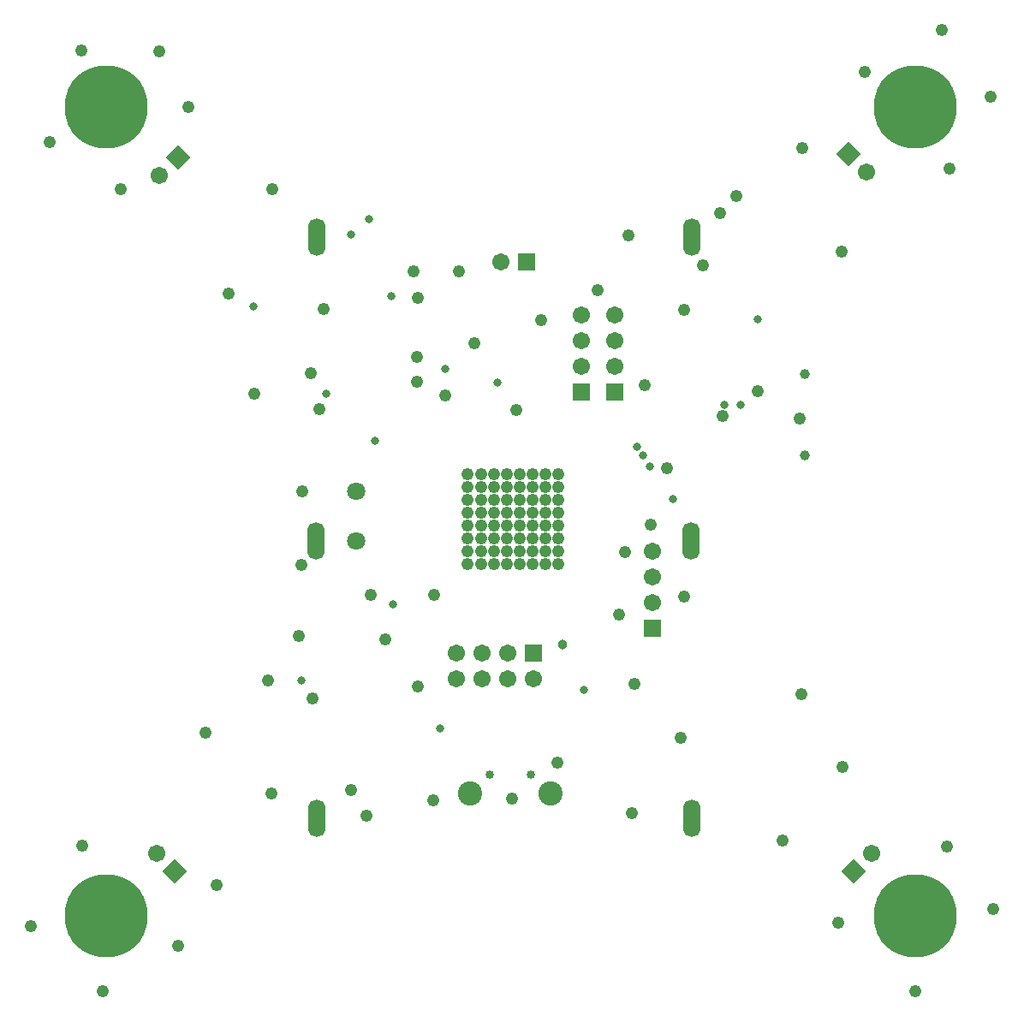
<source format=gbs>
G04 Layer_Color=16711935*
%FSLAX25Y25*%
%MOIN*%
G70*
G01*
G75*
%ADD87C,0.04800*%
%ADD88C,0.06706*%
%ADD89P,0.09483X4X270.0*%
%ADD90P,0.09483X4X360.0*%
%ADD91R,0.06706X0.06706*%
%ADD92R,0.06706X0.06706*%
%ADD93C,0.09461*%
%ADD94C,0.07099*%
%ADD95O,0.06706X0.14579*%
%ADD96C,0.03800*%
%ADD97C,0.03162*%
%ADD98C,0.03950*%
%ADD99C,0.03359*%
%ADD100C,0.32296*%
D87*
X309449Y233071D02*
D03*
X241339Y181102D02*
D03*
X251181Y191732D02*
D03*
X102362Y131102D02*
D03*
X160630Y128740D02*
D03*
X244882Y129528D02*
D03*
X242520Y304331D02*
D03*
X198819Y236221D02*
D03*
X171260Y242126D02*
D03*
X119685Y124016D02*
D03*
X103543Y87008D02*
D03*
X77953Y110630D02*
D03*
X29921Y66535D02*
D03*
X9843Y35433D02*
D03*
X37795Y9843D02*
D03*
X67323Y27559D02*
D03*
X82284Y51181D02*
D03*
X324410Y36614D02*
D03*
X354331Y9843D02*
D03*
X384646Y42126D02*
D03*
X366535Y66142D02*
D03*
X325984Y97244D02*
D03*
X309842Y125591D02*
D03*
X262992Y108661D02*
D03*
X264173Y163779D02*
D03*
X257480Y213779D02*
D03*
X292913Y243701D02*
D03*
X325590Y298031D02*
D03*
X367717Y330315D02*
D03*
X383465Y358268D02*
D03*
X364567Y384252D02*
D03*
X334646Y368110D02*
D03*
X310236Y338189D02*
D03*
X284646Y319685D02*
D03*
X230709Y283071D02*
D03*
X176772Y290158D02*
D03*
X103937Y322441D02*
D03*
X87008Y281496D02*
D03*
X96850Y242520D02*
D03*
X182677Y262205D02*
D03*
X44882Y322441D02*
D03*
X17323Y340551D02*
D03*
X29528Y376378D02*
D03*
X59842Y375984D02*
D03*
X71260Y354331D02*
D03*
X180101Y211299D02*
D03*
D03*
X185129D02*
D03*
X190157D02*
D03*
X195186D02*
D03*
X200214D02*
D03*
X215298D02*
D03*
X210270D02*
D03*
X205242D02*
D03*
X180101D02*
D03*
X205242Y206299D02*
D03*
X210270D02*
D03*
X215298D02*
D03*
X200214D02*
D03*
X195186D02*
D03*
X190157D02*
D03*
X185129D02*
D03*
X180101D02*
D03*
X205242Y201299D02*
D03*
X210270D02*
D03*
X215298D02*
D03*
X200214D02*
D03*
X195186D02*
D03*
X190157D02*
D03*
X185129D02*
D03*
X180101D02*
D03*
X205242Y196299D02*
D03*
X210270D02*
D03*
X215298D02*
D03*
X200214D02*
D03*
X195186D02*
D03*
X190157D02*
D03*
X185129D02*
D03*
X180101D02*
D03*
X205242Y191299D02*
D03*
X210270D02*
D03*
X215298D02*
D03*
X200214D02*
D03*
X195186D02*
D03*
X190157D02*
D03*
X185129D02*
D03*
X180101D02*
D03*
X205242Y186299D02*
D03*
X210270D02*
D03*
X215298D02*
D03*
X200214D02*
D03*
X195186D02*
D03*
X190157D02*
D03*
X185129D02*
D03*
X180101D02*
D03*
X205242Y181299D02*
D03*
X210270D02*
D03*
X215298D02*
D03*
X200214D02*
D03*
X195186D02*
D03*
X190157D02*
D03*
X185129D02*
D03*
X180101D02*
D03*
X205242Y176299D02*
D03*
X210270D02*
D03*
X215298D02*
D03*
X200214D02*
D03*
X195186D02*
D03*
X190157D02*
D03*
X185129D02*
D03*
X180101D02*
D03*
X214961Y98819D02*
D03*
X197244Y85039D02*
D03*
X166535Y84252D02*
D03*
X140551Y78347D02*
D03*
X114173Y148425D02*
D03*
X148031Y146850D02*
D03*
X115748Y204724D02*
D03*
X160630Y279921D02*
D03*
X118898Y250787D02*
D03*
X264173Y275197D02*
D03*
X271654Y292520D02*
D03*
X166929Y164173D02*
D03*
X142126D02*
D03*
X115354Y175984D02*
D03*
X238976Y156693D02*
D03*
X122441Y236614D02*
D03*
X160236Y247244D02*
D03*
X124016Y275787D02*
D03*
X160236Y257087D02*
D03*
X302756Y68504D02*
D03*
X278346Y312992D02*
D03*
X134646Y88189D02*
D03*
X244094Y79134D02*
D03*
X208661Y271260D02*
D03*
X249071Y246063D02*
D03*
X279134Y233858D02*
D03*
X159055Y290158D02*
D03*
D88*
X60081Y327557D02*
D03*
X335217Y328835D02*
D03*
X337263Y63785D02*
D03*
X58888Y63543D02*
D03*
X205512Y131732D02*
D03*
X195512Y141732D02*
D03*
Y131732D02*
D03*
X185512Y141732D02*
D03*
Y131732D02*
D03*
X175512Y141732D02*
D03*
Y131732D02*
D03*
X237402Y253386D02*
D03*
Y263386D02*
D03*
Y273386D02*
D03*
X224410Y253386D02*
D03*
Y263386D02*
D03*
Y273386D02*
D03*
X192913Y294094D02*
D03*
X251969Y161260D02*
D03*
Y171260D02*
D03*
Y181260D02*
D03*
D89*
X67153Y334628D02*
D03*
X330192Y56714D02*
D03*
D90*
X328146Y335906D02*
D03*
X65959Y56472D02*
D03*
D91*
X205512Y141732D02*
D03*
X202913Y294094D02*
D03*
D92*
X237402Y243386D02*
D03*
X224410D02*
D03*
X251969Y151260D02*
D03*
D93*
X212205Y87008D02*
D03*
X181102D02*
D03*
D94*
X136614Y204527D02*
D03*
Y185236D02*
D03*
D95*
X121260Y303543D02*
D03*
X267323D02*
D03*
Y77165D02*
D03*
X121260D02*
D03*
X120866Y185433D02*
D03*
X266929D02*
D03*
D96*
X216929Y144882D02*
D03*
D97*
X150394Y280709D02*
D03*
X96457Y276772D02*
D03*
X225197Y127165D02*
D03*
X169291Y112205D02*
D03*
X115354Y131102D02*
D03*
X124803Y242520D02*
D03*
X144095Y224410D02*
D03*
X134646Y304724D02*
D03*
X141732Y310630D02*
D03*
X250787Y214173D02*
D03*
X248425Y218504D02*
D03*
X246063Y222047D02*
D03*
X171260Y252362D02*
D03*
X292913Y271654D02*
D03*
X259842Y201575D02*
D03*
X279921Y238189D02*
D03*
X286221Y238189D02*
D03*
X150787Y160630D02*
D03*
X191732Y246850D02*
D03*
D98*
X311221Y250197D02*
D03*
Y218701D02*
D03*
D99*
X188779Y94433D02*
D03*
X204528D02*
D03*
D100*
X354331Y39370D02*
D03*
X39370D02*
D03*
Y354331D02*
D03*
X354331D02*
D03*
M02*

</source>
